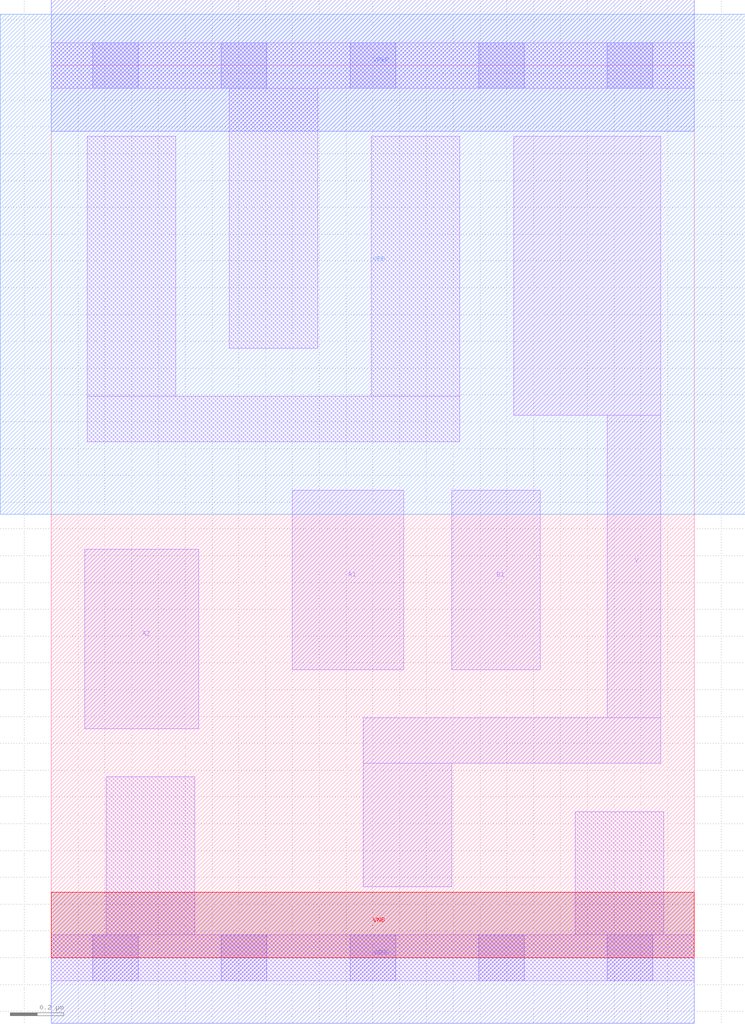
<source format=lef>
# Copyright 2020 The SkyWater PDK Authors
#
# Licensed under the Apache License, Version 2.0 (the "License");
# you may not use this file except in compliance with the License.
# You may obtain a copy of the License at
#
#     https://www.apache.org/licenses/LICENSE-2.0
#
# Unless required by applicable law or agreed to in writing, software
# distributed under the License is distributed on an "AS IS" BASIS,
# WITHOUT WARRANTIES OR CONDITIONS OF ANY KIND, either express or implied.
# See the License for the specific language governing permissions and
# limitations under the License.
#
# SPDX-License-Identifier: Apache-2.0

VERSION 5.7 ;
  NOWIREEXTENSIONATPIN ON ;
  DIVIDERCHAR "/" ;
  BUSBITCHARS "[]" ;
MACRO sky130_fd_sc_lp__a21oi_lp
  CLASS CORE ;
  FOREIGN sky130_fd_sc_lp__a21oi_lp ;
  ORIGIN  0.000000  0.000000 ;
  SIZE  2.400000 BY  3.330000 ;
  SYMMETRY X Y R90 ;
  SITE unit ;
  PIN A1
    ANTENNAGATEAREA  0.313000 ;
    DIRECTION INPUT ;
    USE SIGNAL ;
    PORT
      LAYER li1 ;
        RECT 0.900000 1.075000 1.315000 1.745000 ;
    END
  END A1
  PIN A2
    ANTENNAGATEAREA  0.313000 ;
    DIRECTION INPUT ;
    USE SIGNAL ;
    PORT
      LAYER li1 ;
        RECT 0.125000 0.855000 0.550000 1.525000 ;
    END
  END A2
  PIN B1
    ANTENNAGATEAREA  0.376000 ;
    DIRECTION INPUT ;
    USE SIGNAL ;
    PORT
      LAYER li1 ;
        RECT 1.495000 1.075000 1.825000 1.745000 ;
    END
  END B1
  PIN Y
    ANTENNADIFFAREA  0.461400 ;
    DIRECTION OUTPUT ;
    USE SIGNAL ;
    PORT
      LAYER li1 ;
        RECT 1.165000 0.265000 1.495000 0.725000 ;
        RECT 1.165000 0.725000 2.275000 0.895000 ;
        RECT 1.725000 2.025000 2.275000 3.065000 ;
        RECT 2.075000 0.895000 2.275000 2.025000 ;
    END
  END Y
  PIN VGND
    DIRECTION INOUT ;
    USE GROUND ;
    PORT
      LAYER met1 ;
        RECT 0.000000 -0.245000 2.400000 0.245000 ;
    END
  END VGND
  PIN VNB
    DIRECTION INOUT ;
    USE GROUND ;
    PORT
      LAYER pwell ;
        RECT 0.000000 0.000000 2.400000 0.245000 ;
    END
  END VNB
  PIN VPB
    DIRECTION INOUT ;
    USE POWER ;
    PORT
      LAYER nwell ;
        RECT -0.190000 1.655000 2.590000 3.520000 ;
    END
  END VPB
  PIN VPWR
    DIRECTION INOUT ;
    USE POWER ;
    PORT
      LAYER met1 ;
        RECT 0.000000 3.085000 2.400000 3.575000 ;
    END
  END VPWR
  OBS
    LAYER li1 ;
      RECT 0.000000 -0.085000 2.400000 0.085000 ;
      RECT 0.000000  3.245000 2.400000 3.415000 ;
      RECT 0.135000  1.925000 1.525000 2.095000 ;
      RECT 0.135000  2.095000 0.465000 3.065000 ;
      RECT 0.205000  0.085000 0.535000 0.675000 ;
      RECT 0.665000  2.275000 0.995000 3.245000 ;
      RECT 1.195000  2.095000 1.525000 3.065000 ;
      RECT 1.955000  0.085000 2.285000 0.545000 ;
    LAYER mcon ;
      RECT 0.155000 -0.085000 0.325000 0.085000 ;
      RECT 0.155000  3.245000 0.325000 3.415000 ;
      RECT 0.635000 -0.085000 0.805000 0.085000 ;
      RECT 0.635000  3.245000 0.805000 3.415000 ;
      RECT 1.115000 -0.085000 1.285000 0.085000 ;
      RECT 1.115000  3.245000 1.285000 3.415000 ;
      RECT 1.595000 -0.085000 1.765000 0.085000 ;
      RECT 1.595000  3.245000 1.765000 3.415000 ;
      RECT 2.075000 -0.085000 2.245000 0.085000 ;
      RECT 2.075000  3.245000 2.245000 3.415000 ;
  END
END sky130_fd_sc_lp__a21oi_lp
END LIBRARY

</source>
